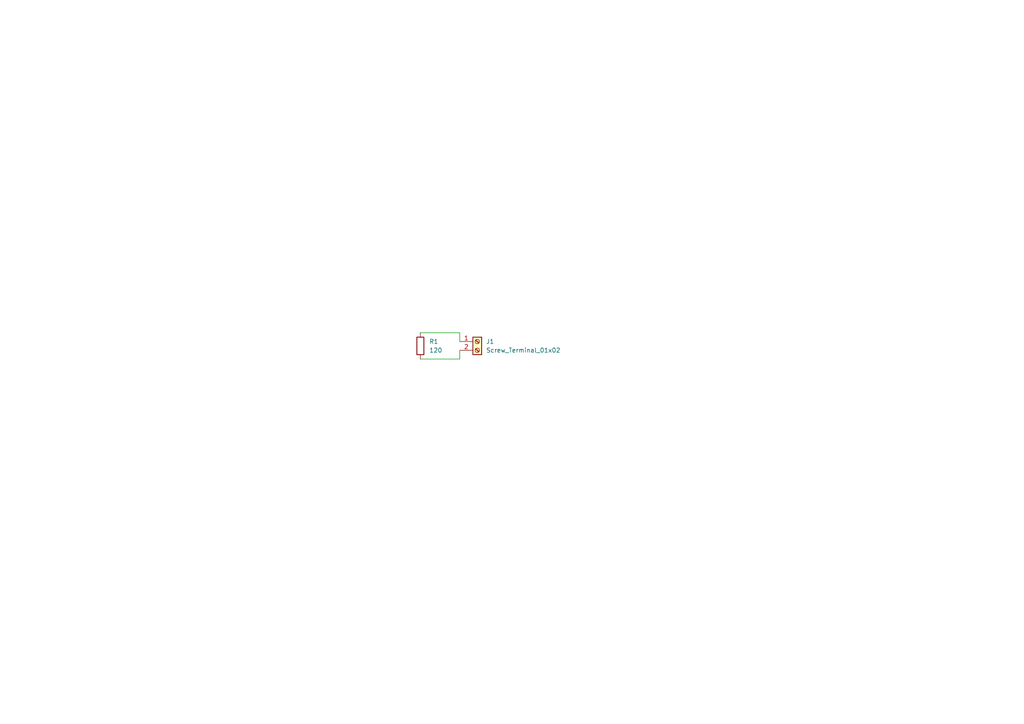
<source format=kicad_sch>
(kicad_sch (version 20231120) (generator "eeschema") (generator_version "8.0")
  (paper "A4")
  (title_block (title "Template") (company "Ontario Tech Racing"))
  (lib_symbols
    (symbol "Connector:Screw_Terminal_01x02" (pin_names (offset 1.016) hide)
      (property "Reference" "J" (at 0 2.54 0))
      (property "Value" "Screw_Terminal_01x02" (at 0 -5.08 0))
      (symbol "Screw_Terminal_01x02_1_1"
        (rectangle (start -1.27 1.27) (end 1.27 -3.81) (stroke (width 0.254)) (fill (type background)))
        (circle (center 0 -2.54) (radius 0.635) (stroke (width 0.1524)))
        (polyline (pts (xy -0.5334 -2.2098) (xy 0.3302 -3.048)) (stroke (width 0.1524)))
        (polyline (pts (xy -0.5334 0.3302) (xy 0.3302 -0.508)) (stroke (width 0.1524)))
        (polyline (pts (xy -0.3556 -2.032) (xy 0.508 -2.8702)) (stroke (width 0.1524)))
        (polyline (pts (xy -0.3556 0.508) (xy 0.508 -0.3302)) (stroke (width 0.1524)))
        (circle (center 0 0) (radius 0.635) (stroke (width 0.1524)))
        (pin passive line (at -5.08 0 0) (length 3.81) (name "Pin_1") (number "1"))
        (pin passive line (at -5.08 -2.54 0) (length 3.81) (name "Pin_2") (number "2"))
      )
    )
    (symbol "Device:R" (pin_numbers hide) (pin_names (offset 0))
      (property "Reference" "R" (at 2.032 0 90))
      (property "Value" "R" (at 0 0 90))
      (symbol "R_0_1"
        (rectangle (start -1.016 -2.54) (end 1.016 2.54) (stroke (width 0.254)))
      )
      (symbol "R_1_1"
        (pin passive line (at 0 3.81 270) (length 1.27) (name "~") (number "1"))
        (pin passive line (at 0 -3.81 90) (length 1.27) (name "~") (number "2"))
      )
    )
  )
  (wire (pts (xy 133.35 104.14) (xy 133.35 101.6)))
  (wire (pts (xy 121.92 96.52) (xy 133.35 96.52)))
  (wire (pts (xy 133.35 96.52) (xy 133.35 99.06)))
  (wire (pts (xy 133.35 104.14) (xy 121.92 104.14)))
  (symbol (lib_id "Device:R") (at 121.92 100.33 0) (unit 1)
    (property "Reference" "R1" (at 124.46 99.0599 0) (effects (justify left)))
    (property "Value" "120" (at 124.46 101.5999 0) (effects (justify left)))
    (property "Footprint" "Resistor_SMD:R_0603_1608Metric" (effects (hide yes)))
    (property "Description" "Resistor" (effects (hide yes)))
  )
  (symbol (lib_id "Connector:Screw_Terminal_01x02") (at 138.43 99.06 0) (unit 1)
    (property "Reference" "J1" (at 140.97 99.0599 0) (effects (justify left)))
    (property "Value" "Screw_Terminal_01x02" (at 140.97 101.5999 0) (effects (justify left)))
    (property "Footprint" "Connector_PinHeader_2.54mm:PinHeader_1x02_P2.54mm_Vertical" (effects (hide yes)))
    (property "Description" "Generic screw terminal, single row, 01x02, script generated (kicad-library-utils/schlib/autogen/connector/)" (effects (hide yes)))
  )
)
</source>
